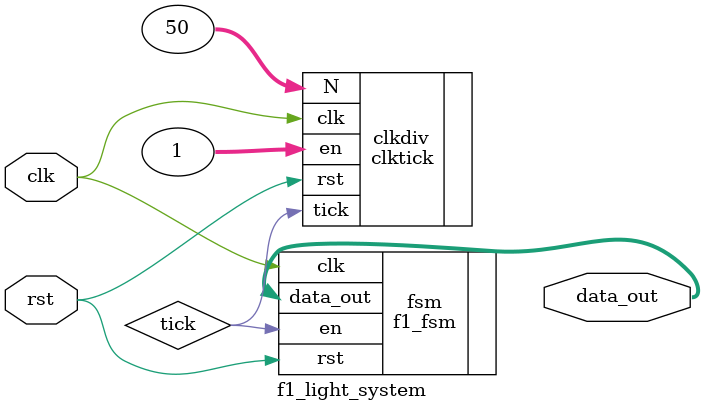
<source format=sv>
module f1_light_system (
    input logic clk,         // 时钟信号
    input logic rst,         // 复位信号
    output logic [7:0] data_out  // 输出灯状态
);

    // 定义内部信号
    logic tick;
    logic en;

    // 实例化 clktick 模块
    clktick clkdiv (
        .clk(clk),
        .rst(rst),
        .en(1),        // 始终使能 clktick
        .N(50),        // 设置分频比，假设 16 对应于 1 秒延迟
        .tick(tick)    // 输出 tick 信号
    );

    // 实例化 f1_fsm 模块
    f1_fsm fsm (
        .clk(clk),
        .rst(rst),
        .en(tick),        // 使用 tick 信号作为 FSM 的使能信号
        .data_out(data_out)
    );

endmodule

</source>
